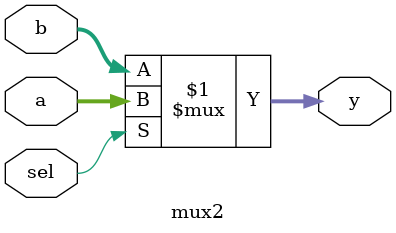
<source format=v>
`timescale 1ns/1ns

module mux2( sel, a, b, y );

    input sel;
    input  [31:0] a, b;
    output [31:0] y;

    assign y = sel ? a : b ;

endmodule

</source>
